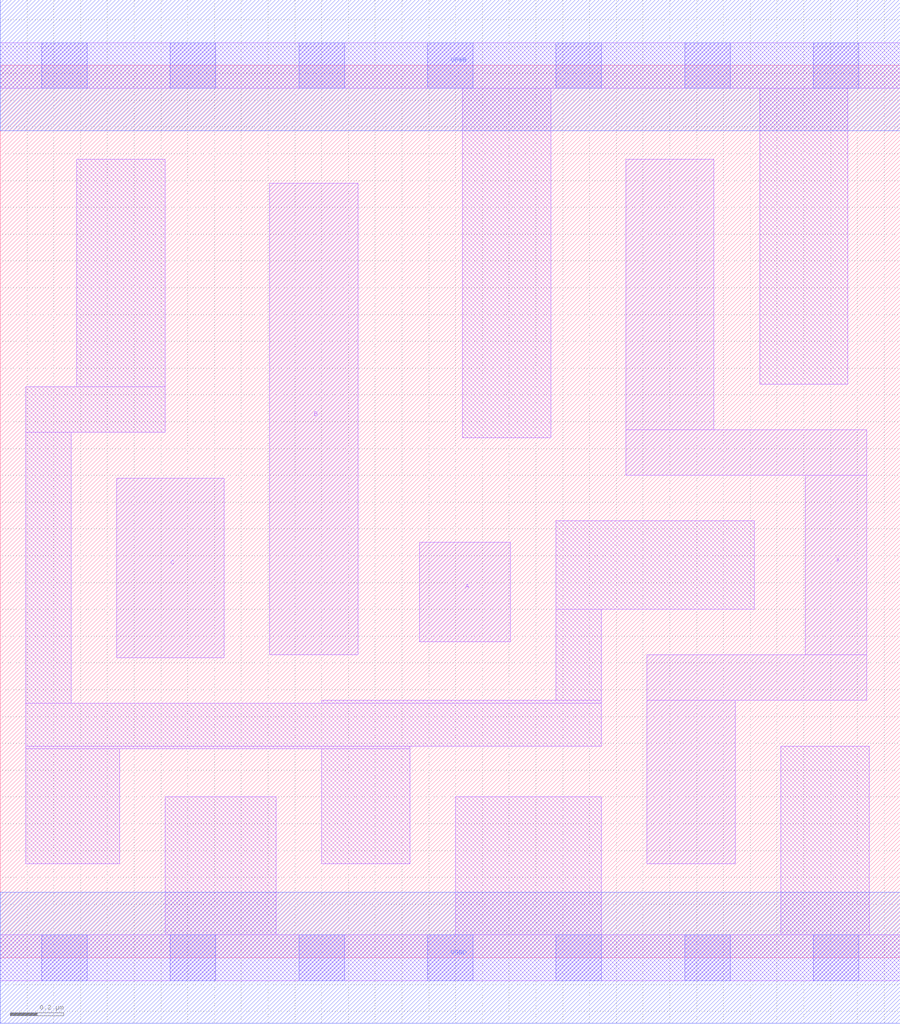
<source format=lef>
# Copyright 2020 The SkyWater PDK Authors
#
# Licensed under the Apache License, Version 2.0 (the "License");
# you may not use this file except in compliance with the License.
# You may obtain a copy of the License at
#
#     https://www.apache.org/licenses/LICENSE-2.0
#
# Unless required by applicable law or agreed to in writing, software
# distributed under the License is distributed on an "AS IS" BASIS,
# WITHOUT WARRANTIES OR CONDITIONS OF ANY KIND, either express or implied.
# See the License for the specific language governing permissions and
# limitations under the License.
#
# SPDX-License-Identifier: Apache-2.0

VERSION 5.7 ;
  NAMESCASESENSITIVE ON ;
  NOWIREEXTENSIONATPIN ON ;
  DIVIDERCHAR "/" ;
  BUSBITCHARS "[]" ;
UNITS
  DATABASE MICRONS 200 ;
END UNITS
MACRO sky130_fd_sc_ls__or3_2
  CLASS CORE ;
  SOURCE USER ;
  FOREIGN sky130_fd_sc_ls__or3_2 ;
  ORIGIN  0.000000  0.000000 ;
  SIZE  3.360000 BY  3.330000 ;
  SYMMETRY X Y ;
  SITE unit ;
  PIN A
    ANTENNAGATEAREA  0.246000 ;
    DIRECTION INPUT ;
    USE SIGNAL ;
    PORT
      LAYER li1 ;
        RECT 1.565000 1.180000 1.905000 1.550000 ;
    END
  END A
  PIN B
    ANTENNAGATEAREA  0.246000 ;
    DIRECTION INPUT ;
    USE SIGNAL ;
    PORT
      LAYER li1 ;
        RECT 1.005000 1.130000 1.335000 2.890000 ;
    END
  END B
  PIN C
    ANTENNAGATEAREA  0.246000 ;
    DIRECTION INPUT ;
    USE SIGNAL ;
    PORT
      LAYER li1 ;
        RECT 0.435000 1.120000 0.835000 1.790000 ;
    END
  END C
  PIN X
    ANTENNADIFFAREA  0.543200 ;
    DIRECTION OUTPUT ;
    USE SIGNAL ;
    PORT
      LAYER li1 ;
        RECT 2.335000 1.800000 3.235000 1.970000 ;
        RECT 2.335000 1.970000 2.665000 2.980000 ;
        RECT 2.415000 0.350000 2.745000 0.960000 ;
        RECT 2.415000 0.960000 3.235000 1.130000 ;
        RECT 3.005000 1.130000 3.235000 1.800000 ;
    END
  END X
  PIN VGND
    DIRECTION INOUT ;
    SHAPE ABUTMENT ;
    USE GROUND ;
    PORT
      LAYER met1 ;
        RECT 0.000000 -0.245000 3.360000 0.245000 ;
    END
  END VGND
  PIN VPWR
    DIRECTION INOUT ;
    SHAPE ABUTMENT ;
    USE POWER ;
    PORT
      LAYER met1 ;
        RECT 0.000000 3.085000 3.360000 3.575000 ;
    END
  END VPWR
  OBS
    LAYER li1 ;
      RECT 0.000000 -0.085000 3.360000 0.085000 ;
      RECT 0.000000  3.245000 3.360000 3.415000 ;
      RECT 0.095000  0.350000 0.445000 0.780000 ;
      RECT 0.095000  0.780000 1.530000 0.790000 ;
      RECT 0.095000  0.790000 2.245000 0.950000 ;
      RECT 0.095000  0.950000 0.265000 1.960000 ;
      RECT 0.095000  1.960000 0.615000 2.130000 ;
      RECT 0.285000  2.130000 0.615000 2.980000 ;
      RECT 0.615000  0.085000 1.030000 0.600000 ;
      RECT 1.200000  0.350000 1.530000 0.780000 ;
      RECT 1.200000  0.950000 2.245000 0.960000 ;
      RECT 1.700000  0.085000 2.245000 0.600000 ;
      RECT 1.725000  1.940000 2.055000 3.245000 ;
      RECT 2.075000  0.960000 2.245000 1.300000 ;
      RECT 2.075000  1.300000 2.815000 1.630000 ;
      RECT 2.835000  2.140000 3.165000 3.245000 ;
      RECT 2.915000  0.085000 3.245000 0.790000 ;
    LAYER mcon ;
      RECT 0.155000 -0.085000 0.325000 0.085000 ;
      RECT 0.155000  3.245000 0.325000 3.415000 ;
      RECT 0.635000 -0.085000 0.805000 0.085000 ;
      RECT 0.635000  3.245000 0.805000 3.415000 ;
      RECT 1.115000 -0.085000 1.285000 0.085000 ;
      RECT 1.115000  3.245000 1.285000 3.415000 ;
      RECT 1.595000 -0.085000 1.765000 0.085000 ;
      RECT 1.595000  3.245000 1.765000 3.415000 ;
      RECT 2.075000 -0.085000 2.245000 0.085000 ;
      RECT 2.075000  3.245000 2.245000 3.415000 ;
      RECT 2.555000 -0.085000 2.725000 0.085000 ;
      RECT 2.555000  3.245000 2.725000 3.415000 ;
      RECT 3.035000 -0.085000 3.205000 0.085000 ;
      RECT 3.035000  3.245000 3.205000 3.415000 ;
  END
END sky130_fd_sc_ls__or3_2
END LIBRARY

</source>
